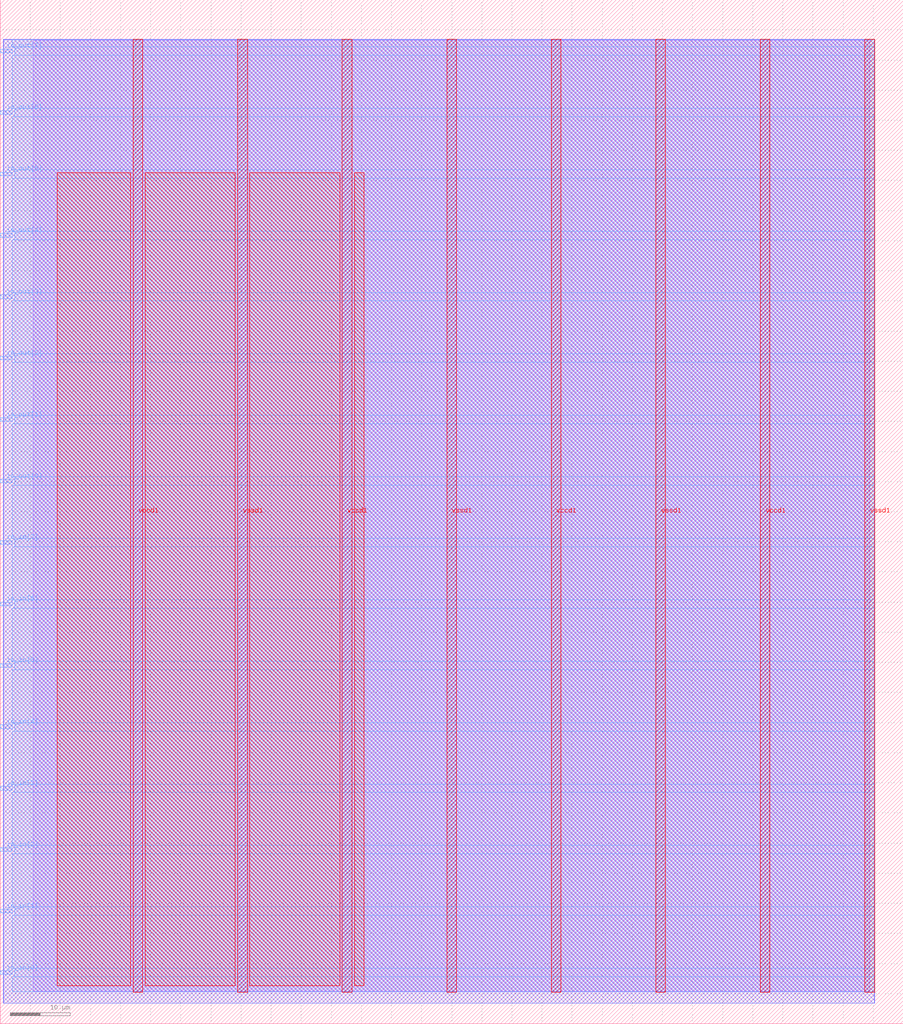
<source format=lef>
VERSION 5.7 ;
  NOWIREEXTENSIONATPIN ON ;
  DIVIDERCHAR "/" ;
  BUSBITCHARS "[]" ;
MACRO xor_shift32_quantamhd
  CLASS BLOCK ;
  FOREIGN xor_shift32_quantamhd ;
  ORIGIN 0.000 0.000 ;
  SIZE 150.000 BY 170.000 ;
  PIN io_in[0]
    DIRECTION INPUT ;
    USE SIGNAL ;
    PORT
      LAYER met3 ;
        RECT 0.000 8.200 2.000 8.800 ;
    END
  END io_in[0]
  PIN io_in[1]
    DIRECTION INPUT ;
    USE SIGNAL ;
    PORT
      LAYER met3 ;
        RECT 0.000 18.400 2.000 19.000 ;
    END
  END io_in[1]
  PIN io_in[2]
    DIRECTION INPUT ;
    USE SIGNAL ;
    PORT
      LAYER met3 ;
        RECT 0.000 28.600 2.000 29.200 ;
    END
  END io_in[2]
  PIN io_in[3]
    DIRECTION INPUT ;
    USE SIGNAL ;
    PORT
      LAYER met3 ;
        RECT 0.000 38.800 2.000 39.400 ;
    END
  END io_in[3]
  PIN io_in[4]
    DIRECTION INPUT ;
    USE SIGNAL ;
    PORT
      LAYER met3 ;
        RECT 0.000 49.000 2.000 49.600 ;
    END
  END io_in[4]
  PIN io_in[5]
    DIRECTION INPUT ;
    USE SIGNAL ;
    PORT
      LAYER met3 ;
        RECT 0.000 59.200 2.000 59.800 ;
    END
  END io_in[5]
  PIN io_in[6]
    DIRECTION INPUT ;
    USE SIGNAL ;
    PORT
      LAYER met3 ;
        RECT 0.000 69.400 2.000 70.000 ;
    END
  END io_in[6]
  PIN io_in[7]
    DIRECTION INPUT ;
    USE SIGNAL ;
    PORT
      LAYER met3 ;
        RECT 0.000 79.600 2.000 80.200 ;
    END
  END io_in[7]
  PIN io_out[0]
    DIRECTION OUTPUT TRISTATE ;
    USE SIGNAL ;
    PORT
      LAYER met3 ;
        RECT 0.000 89.800 2.000 90.400 ;
    END
  END io_out[0]
  PIN io_out[1]
    DIRECTION OUTPUT TRISTATE ;
    USE SIGNAL ;
    PORT
      LAYER met3 ;
        RECT 0.000 100.000 2.000 100.600 ;
    END
  END io_out[1]
  PIN io_out[2]
    DIRECTION OUTPUT TRISTATE ;
    USE SIGNAL ;
    PORT
      LAYER met3 ;
        RECT 0.000 110.200 2.000 110.800 ;
    END
  END io_out[2]
  PIN io_out[3]
    DIRECTION OUTPUT TRISTATE ;
    USE SIGNAL ;
    PORT
      LAYER met3 ;
        RECT 0.000 120.400 2.000 121.000 ;
    END
  END io_out[3]
  PIN io_out[4]
    DIRECTION OUTPUT TRISTATE ;
    USE SIGNAL ;
    PORT
      LAYER met3 ;
        RECT 0.000 130.600 2.000 131.200 ;
    END
  END io_out[4]
  PIN io_out[5]
    DIRECTION OUTPUT TRISTATE ;
    USE SIGNAL ;
    PORT
      LAYER met3 ;
        RECT 0.000 140.800 2.000 141.400 ;
    END
  END io_out[5]
  PIN io_out[6]
    DIRECTION OUTPUT TRISTATE ;
    USE SIGNAL ;
    PORT
      LAYER met3 ;
        RECT 0.000 151.000 2.000 151.600 ;
    END
  END io_out[6]
  PIN io_out[7]
    DIRECTION OUTPUT TRISTATE ;
    USE SIGNAL ;
    PORT
      LAYER met3 ;
        RECT 0.000 161.200 2.000 161.800 ;
    END
  END io_out[7]
  PIN vccd1
    DIRECTION INOUT ;
    USE POWER ;
    PORT
      LAYER met4 ;
        RECT 22.085 5.200 23.685 163.440 ;
    END
    PORT
      LAYER met4 ;
        RECT 56.815 5.200 58.415 163.440 ;
    END
    PORT
      LAYER met4 ;
        RECT 91.545 5.200 93.145 163.440 ;
    END
    PORT
      LAYER met4 ;
        RECT 126.275 5.200 127.875 163.440 ;
    END
  END vccd1
  PIN vssd1
    DIRECTION INOUT ;
    USE GROUND ;
    PORT
      LAYER met4 ;
        RECT 39.450 5.200 41.050 163.440 ;
    END
    PORT
      LAYER met4 ;
        RECT 74.180 5.200 75.780 163.440 ;
    END
    PORT
      LAYER met4 ;
        RECT 108.910 5.200 110.510 163.440 ;
    END
    PORT
      LAYER met4 ;
        RECT 143.640 5.200 145.240 163.440 ;
    END
  END vssd1
  OBS
      LAYER li1 ;
        RECT 5.520 5.355 144.440 163.285 ;
      LAYER met1 ;
        RECT 0.530 3.440 145.240 163.440 ;
      LAYER met2 ;
        RECT 0.560 3.410 145.210 163.385 ;
      LAYER met3 ;
        RECT 2.000 162.200 145.230 163.365 ;
        RECT 2.400 160.800 145.230 162.200 ;
        RECT 2.000 152.000 145.230 160.800 ;
        RECT 2.400 150.600 145.230 152.000 ;
        RECT 2.000 141.800 145.230 150.600 ;
        RECT 2.400 140.400 145.230 141.800 ;
        RECT 2.000 131.600 145.230 140.400 ;
        RECT 2.400 130.200 145.230 131.600 ;
        RECT 2.000 121.400 145.230 130.200 ;
        RECT 2.400 120.000 145.230 121.400 ;
        RECT 2.000 111.200 145.230 120.000 ;
        RECT 2.400 109.800 145.230 111.200 ;
        RECT 2.000 101.000 145.230 109.800 ;
        RECT 2.400 99.600 145.230 101.000 ;
        RECT 2.000 90.800 145.230 99.600 ;
        RECT 2.400 89.400 145.230 90.800 ;
        RECT 2.000 80.600 145.230 89.400 ;
        RECT 2.400 79.200 145.230 80.600 ;
        RECT 2.000 70.400 145.230 79.200 ;
        RECT 2.400 69.000 145.230 70.400 ;
        RECT 2.000 60.200 145.230 69.000 ;
        RECT 2.400 58.800 145.230 60.200 ;
        RECT 2.000 50.000 145.230 58.800 ;
        RECT 2.400 48.600 145.230 50.000 ;
        RECT 2.000 39.800 145.230 48.600 ;
        RECT 2.400 38.400 145.230 39.800 ;
        RECT 2.000 29.600 145.230 38.400 ;
        RECT 2.400 28.200 145.230 29.600 ;
        RECT 2.000 19.400 145.230 28.200 ;
        RECT 2.400 18.000 145.230 19.400 ;
        RECT 2.000 9.200 145.230 18.000 ;
        RECT 2.400 7.800 145.230 9.200 ;
        RECT 2.000 5.275 145.230 7.800 ;
      LAYER met4 ;
        RECT 9.495 6.295 21.685 141.265 ;
        RECT 24.085 6.295 39.050 141.265 ;
        RECT 41.450 6.295 56.415 141.265 ;
        RECT 58.815 6.295 60.425 141.265 ;
  END
END xor_shift32_quantamhd
END LIBRARY


</source>
